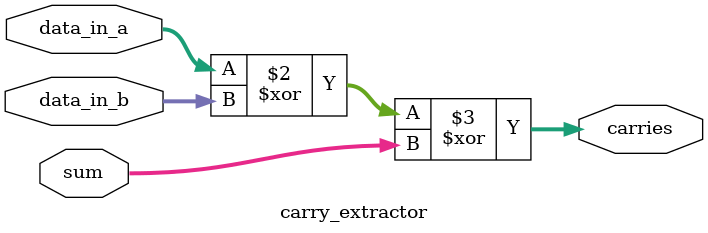
<source format=sv>

module carry_extractor #(
    parameter int DATA_WIDTH = 0
)(
    input wire [DATA_WIDTH - 1:0] data_in_a,
    input wire [DATA_WIDTH - 1:0] data_in_b,
    input wire [DATA_WIDTH - 1:0] sum,
    output reg [DATA_WIDTH - 1:0] carries
);

initial begin
    carries = {DATA_WIDTH{1'b0}};
end

always_comb begin
    carries = data_in_a ^ data_in_b ^ sum;
end

endmodule

</source>
